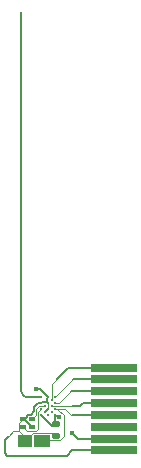
<source format=gbr>
G04 #@! TF.GenerationSoftware,KiCad,Pcbnew,8.0.1*
G04 #@! TF.CreationDate,2025-03-13T17:04:02+00:00*
G04 #@! TF.ProjectId,receiver6,72656365-6976-4657-9236-2e6b69636164,rev?*
G04 #@! TF.SameCoordinates,Original*
G04 #@! TF.FileFunction,Copper,L1,Top*
G04 #@! TF.FilePolarity,Positive*
%FSLAX46Y46*%
G04 Gerber Fmt 4.6, Leading zero omitted, Abs format (unit mm)*
G04 Created by KiCad (PCBNEW 8.0.1) date 2025-03-13 17:04:02*
%MOMM*%
%LPD*%
G01*
G04 APERTURE LIST*
G04 Aperture macros list*
%AMRoundRect*
0 Rectangle with rounded corners*
0 $1 Rounding radius*
0 $2 $3 $4 $5 $6 $7 $8 $9 X,Y pos of 4 corners*
0 Add a 4 corners polygon primitive as box body*
4,1,4,$2,$3,$4,$5,$6,$7,$8,$9,$2,$3,0*
0 Add four circle primitives for the rounded corners*
1,1,$1+$1,$2,$3*
1,1,$1+$1,$4,$5*
1,1,$1+$1,$6,$7*
1,1,$1+$1,$8,$9*
0 Add four rect primitives between the rounded corners*
20,1,$1+$1,$2,$3,$4,$5,0*
20,1,$1+$1,$4,$5,$6,$7,0*
20,1,$1+$1,$6,$7,$8,$9,0*
20,1,$1+$1,$8,$9,$2,$3,0*%
G04 Aperture macros list end*
G04 #@! TA.AperFunction,Conductor*
%ADD10C,0.200000*%
G04 #@! TD*
G04 #@! TA.AperFunction,ConnectorPad*
%ADD11R,4.000000X0.700000*%
G04 #@! TD*
G04 #@! TA.AperFunction,SMDPad,CuDef*
%ADD12R,0.500000X0.400000*%
G04 #@! TD*
G04 #@! TA.AperFunction,SMDPad,CuDef*
%ADD13C,0.227000*%
G04 #@! TD*
G04 #@! TA.AperFunction,SMDPad,CuDef*
%ADD14R,1.400000X1.000000*%
G04 #@! TD*
G04 #@! TA.AperFunction,SMDPad,CuDef*
%ADD15R,1.200000X1.000000*%
G04 #@! TD*
G04 #@! TA.AperFunction,SMDPad,CuDef*
%ADD16RoundRect,0.140000X-0.170000X0.140000X-0.170000X-0.140000X0.170000X-0.140000X0.170000X0.140000X0*%
G04 #@! TD*
G04 #@! TA.AperFunction,ViaPad*
%ADD17C,0.400000*%
G04 #@! TD*
G04 #@! TA.AperFunction,Conductor*
%ADD18C,0.070000*%
G04 #@! TD*
G04 #@! TA.AperFunction,Conductor*
%ADD19C,0.100000*%
G04 #@! TD*
G04 APERTURE END LIST*
D10*
X151602702Y-89500000D02*
G75*
G02*
X151120117Y-89013308I-2J482600D01*
G01*
D11*
X158950000Y-87000000D03*
X158950000Y-88000000D03*
X158950000Y-89000000D03*
X158950000Y-90000000D03*
X158950000Y-91000000D03*
X158950000Y-92000000D03*
X158950000Y-93000000D03*
X158950000Y-94000000D03*
D12*
X152060000Y-91340000D03*
X151260000Y-91340000D03*
X151260000Y-92040000D03*
X152060000Y-92040000D03*
D13*
X152800000Y-89500000D03*
X153400000Y-89500000D03*
X154000000Y-89500000D03*
X153700000Y-89750000D03*
X152800000Y-90000000D03*
X153400000Y-90000000D03*
X154000000Y-90000000D03*
X153100000Y-90250000D03*
X153700000Y-90250000D03*
X152800000Y-90500000D03*
X153400000Y-90500000D03*
X154000000Y-90500000D03*
X153100000Y-90750000D03*
X153700000Y-90750000D03*
X152800000Y-91000000D03*
X153400000Y-91000000D03*
X154000000Y-91000000D03*
D14*
X152900000Y-93200000D03*
D15*
X151400000Y-93200000D03*
D16*
X154050000Y-91800000D03*
X154050000Y-92760000D03*
D17*
X155400000Y-92500000D03*
X154350000Y-91200000D03*
X152350000Y-88800000D03*
D10*
X154000000Y-91000000D02*
X154000000Y-91890000D01*
X152800000Y-91000000D02*
X153740000Y-91940000D01*
X154200000Y-91200000D02*
X154000000Y-91000000D01*
X155900000Y-93000000D02*
X158950000Y-93000000D01*
X155400000Y-92500000D02*
X155900000Y-93000000D01*
X154000000Y-91890000D02*
X154050000Y-91940000D01*
D18*
X154140000Y-91850000D02*
X154050000Y-91940000D01*
D10*
X154350000Y-91200000D02*
X154200000Y-91200000D01*
X154050000Y-91940000D02*
X154050000Y-91800000D01*
X153740000Y-91940000D02*
X154050000Y-91940000D01*
D18*
X155400000Y-94000000D02*
X156050000Y-94000000D01*
D10*
X149900000Y-94450000D02*
X154950000Y-94450000D01*
X152350000Y-88800000D02*
X152330000Y-88780000D01*
X153286500Y-89886500D02*
X152913500Y-89886500D01*
X151360000Y-91340000D02*
X152060000Y-92040000D01*
D18*
X150905000Y-92345000D02*
X150905000Y-91695000D01*
X153810000Y-92520000D02*
X154050000Y-92760000D01*
D10*
X151640000Y-90970000D02*
X151925000Y-90970000D01*
D18*
X150905000Y-91695000D02*
X151260000Y-91340000D01*
D10*
X153286500Y-89886500D02*
X153286500Y-89613500D01*
X152195000Y-90700000D02*
X152195000Y-90355000D01*
X151640000Y-91160000D02*
X151640000Y-90970000D01*
D18*
X152080000Y-92520000D02*
X153810000Y-92520000D01*
D10*
X153286500Y-89613500D02*
X153400000Y-89500000D01*
D18*
X156050000Y-94000000D02*
X158950000Y-94000000D01*
D10*
X152700000Y-88800000D02*
X153400000Y-89500000D01*
D18*
X151650000Y-92950000D02*
X151510000Y-92950000D01*
X150455000Y-92345000D02*
X150050000Y-92750000D01*
D19*
X153400000Y-90000000D02*
X153400000Y-90500000D01*
D10*
X151460000Y-91340000D02*
X151640000Y-91160000D01*
X154950000Y-94450000D02*
X155400000Y-94000000D01*
X153400000Y-90000000D02*
X153286500Y-89886500D01*
X153400000Y-90500000D02*
X153350000Y-90500000D01*
D18*
X151510000Y-92950000D02*
X150905000Y-92345000D01*
D10*
X151260000Y-91340000D02*
X151460000Y-91340000D01*
X152195000Y-90355000D02*
X152550000Y-90000000D01*
D18*
X151650000Y-92950000D02*
X152080000Y-92520000D01*
D10*
X152913500Y-89886500D02*
X152800000Y-90000000D01*
X149700000Y-93100000D02*
X149700000Y-94250000D01*
X152350000Y-88800000D02*
X152700000Y-88800000D01*
X152550000Y-90000000D02*
X152800000Y-90000000D01*
X149700000Y-94250000D02*
X149900000Y-94450000D01*
X151260000Y-91340000D02*
X151360000Y-91340000D01*
X150050000Y-92750000D02*
X149700000Y-93100000D01*
X153350000Y-90500000D02*
X153100000Y-90750000D01*
X155400000Y-94000000D02*
X158950000Y-94000000D01*
X151925000Y-90970000D02*
X152195000Y-90700000D01*
D18*
X150905000Y-92345000D02*
X150455000Y-92345000D01*
D10*
X151120000Y-88993325D02*
X151120000Y-56880000D01*
X151117393Y-88995932D02*
X151120000Y-88993325D01*
X152800000Y-89500000D02*
X151617376Y-89500000D01*
D19*
X152566500Y-90733500D02*
X152566500Y-92183500D01*
X151580000Y-92360000D02*
X151260000Y-92040000D01*
X152800000Y-90500000D02*
X152566500Y-90733500D01*
X152566500Y-92183500D02*
X152390000Y-92360000D01*
X152390000Y-92360000D02*
X151580000Y-92360000D01*
D18*
X152620000Y-90250000D02*
X152400000Y-90470000D01*
X152400000Y-90470000D02*
X152400000Y-91000000D01*
X153100000Y-90250000D02*
X152620000Y-90250000D01*
X152400000Y-91000000D02*
X152060000Y-91340000D01*
X154000000Y-89500000D02*
X155500000Y-88000000D01*
D10*
X155500000Y-88000000D02*
X158950000Y-88000000D01*
D18*
X155300000Y-89000000D02*
X154300000Y-90000000D01*
D10*
X155350000Y-89000000D02*
X158950000Y-89000000D01*
D18*
X154300000Y-90000000D02*
X154000000Y-90000000D01*
X155350000Y-89000000D02*
X155300000Y-89000000D01*
D10*
X156350000Y-90000000D02*
X156400000Y-90000000D01*
X156100000Y-90250000D02*
X156350000Y-90000000D01*
X155400000Y-90250000D02*
X156100000Y-90250000D01*
X156400000Y-90000000D02*
X158950000Y-90000000D01*
D18*
X153700000Y-90250000D02*
X155400000Y-90250000D01*
X154355000Y-93145000D02*
X154735000Y-92765000D01*
D10*
X155450000Y-91000000D02*
X158950000Y-91000000D01*
D18*
X154850000Y-90500000D02*
X154000000Y-90500000D01*
X155350000Y-91000000D02*
X154850000Y-90500000D01*
X154194473Y-90500000D02*
X154000000Y-90500000D01*
X153145000Y-93145000D02*
X154355000Y-93145000D01*
X154735000Y-92765000D02*
X154735000Y-91040527D01*
X154000000Y-90500000D02*
X154200000Y-90500000D01*
X154735000Y-91040527D02*
X154247236Y-90552764D01*
X152950000Y-92950000D02*
X153145000Y-93145000D01*
X154200000Y-90500000D02*
X154247236Y-90547236D01*
X155450000Y-91000000D02*
X155350000Y-91000000D01*
X154247236Y-90547236D02*
X154247236Y-90552764D01*
X154247236Y-90552764D02*
X154194473Y-90500000D01*
X154175000Y-87925000D02*
X153700000Y-88400000D01*
X153700000Y-88400000D02*
X153700000Y-89750000D01*
D10*
X155100000Y-87000000D02*
X158950000Y-87000000D01*
X154175000Y-87925000D02*
X155100000Y-87000000D01*
M02*

</source>
